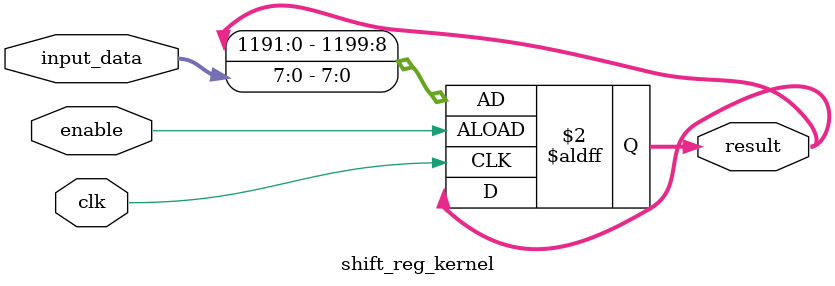
<source format=v>
`timescale 1ns / 1ps


module shift_reg_kernel(
	input						clk,
	input 						enable,
	input 			[7:0]		input_data,

	output	reg 	[1199:0]	result
    );

always@(posedge clk or posedge enable)
begin
	if(enable)	begin
		result 	<=	{result[1191:0],input_data};
	end
end

endmodule

</source>
